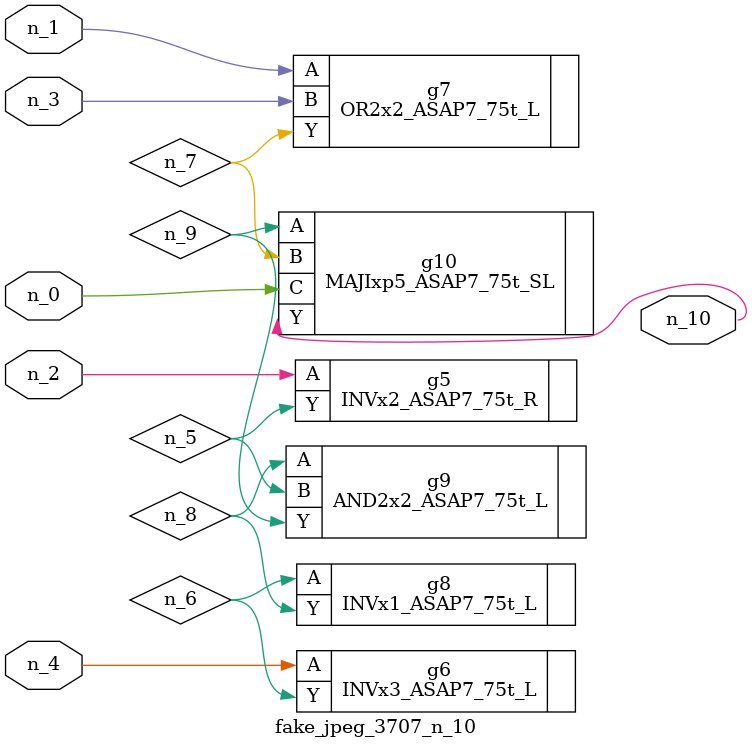
<source format=v>
module fake_jpeg_3707_n_10 (n_3, n_2, n_1, n_0, n_4, n_10);

input n_3;
input n_2;
input n_1;
input n_0;
input n_4;

output n_10;

wire n_8;
wire n_9;
wire n_6;
wire n_5;
wire n_7;

INVx2_ASAP7_75t_R g5 ( 
.A(n_2),
.Y(n_5)
);

INVx3_ASAP7_75t_L g6 ( 
.A(n_4),
.Y(n_6)
);

OR2x2_ASAP7_75t_L g7 ( 
.A(n_1),
.B(n_3),
.Y(n_7)
);

INVx1_ASAP7_75t_L g8 ( 
.A(n_6),
.Y(n_8)
);

AND2x2_ASAP7_75t_L g9 ( 
.A(n_8),
.B(n_5),
.Y(n_9)
);

MAJIxp5_ASAP7_75t_SL g10 ( 
.A(n_9),
.B(n_7),
.C(n_0),
.Y(n_10)
);


endmodule
</source>
